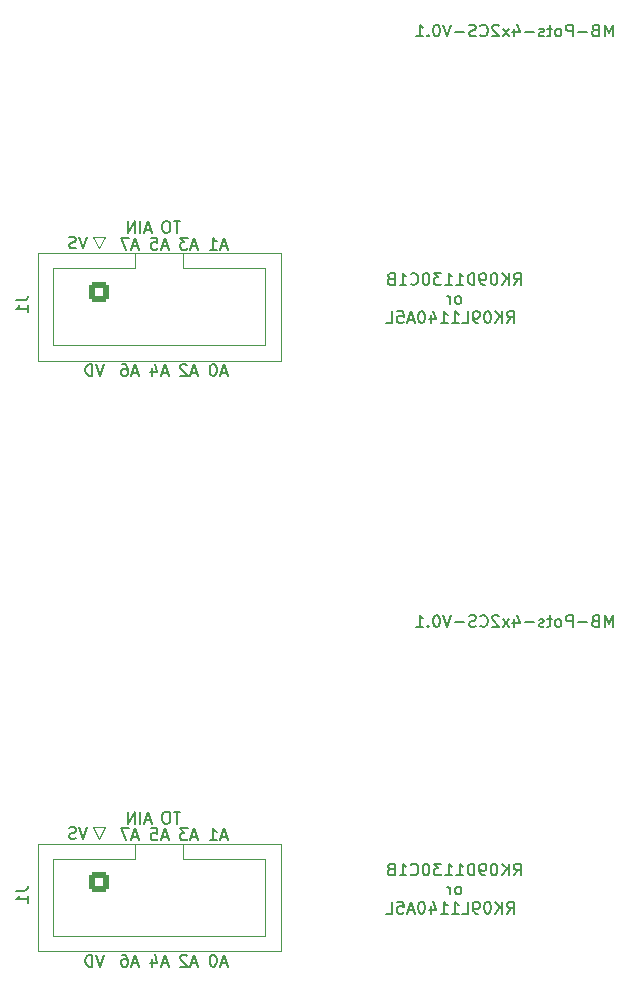
<source format=gbo>
G04 #@! TF.GenerationSoftware,KiCad,Pcbnew,(7.0.0)*
G04 #@! TF.CreationDate,2023-05-19T01:27:26+02:00*
G04 #@! TF.ProjectId,Pot-X2,506f742d-5832-42e6-9b69-6361645f7063,rev?*
G04 #@! TF.SameCoordinates,Original*
G04 #@! TF.FileFunction,Legend,Bot*
G04 #@! TF.FilePolarity,Positive*
%FSLAX46Y46*%
G04 Gerber Fmt 4.6, Leading zero omitted, Abs format (unit mm)*
G04 Created by KiCad (PCBNEW (7.0.0)) date 2023-05-19 01:27:26*
%MOMM*%
%LPD*%
G01*
G04 APERTURE LIST*
G04 Aperture macros list*
%AMRoundRect*
0 Rectangle with rounded corners*
0 $1 Rounding radius*
0 $2 $3 $4 $5 $6 $7 $8 $9 X,Y pos of 4 corners*
0 Add a 4 corners polygon primitive as box body*
4,1,4,$2,$3,$4,$5,$6,$7,$8,$9,$2,$3,0*
0 Add four circle primitives for the rounded corners*
1,1,$1+$1,$2,$3*
1,1,$1+$1,$4,$5*
1,1,$1+$1,$6,$7*
1,1,$1+$1,$8,$9*
0 Add four rect primitives between the rounded corners*
20,1,$1+$1,$2,$3,$4,$5,0*
20,1,$1+$1,$4,$5,$6,$7,0*
20,1,$1+$1,$6,$7,$8,$9,0*
20,1,$1+$1,$8,$9,$2,$3,0*%
G04 Aperture macros list end*
%ADD10C,0.150000*%
%ADD11C,0.120000*%
%ADD12O,1.500000X2.000000*%
%ADD13O,3.600000X3.300000*%
%ADD14C,3.200000*%
%ADD15O,30.000000X0.500000*%
%ADD16RoundRect,0.250000X-0.600000X0.600000X-0.600000X-0.600000X0.600000X-0.600000X0.600000X0.600000X0*%
%ADD17C,1.700000*%
G04 APERTURE END LIST*
D10*
X113214285Y-82081666D02*
X112738095Y-82081666D01*
X113309523Y-82367380D02*
X112976190Y-81367380D01*
X112976190Y-81367380D02*
X112642857Y-82367380D01*
X111833333Y-81367380D02*
X112309523Y-81367380D01*
X112309523Y-81367380D02*
X112357142Y-81843571D01*
X112357142Y-81843571D02*
X112309523Y-81795952D01*
X112309523Y-81795952D02*
X112214285Y-81748333D01*
X112214285Y-81748333D02*
X111976190Y-81748333D01*
X111976190Y-81748333D02*
X111880952Y-81795952D01*
X111880952Y-81795952D02*
X111833333Y-81843571D01*
X111833333Y-81843571D02*
X111785714Y-81938809D01*
X111785714Y-81938809D02*
X111785714Y-82176904D01*
X111785714Y-82176904D02*
X111833333Y-82272142D01*
X111833333Y-82272142D02*
X111880952Y-82319761D01*
X111880952Y-82319761D02*
X111976190Y-82367380D01*
X111976190Y-82367380D02*
X112214285Y-82367380D01*
X112214285Y-82367380D02*
X112309523Y-82319761D01*
X112309523Y-82319761D02*
X112357142Y-82272142D01*
X115714285Y-92781666D02*
X115238095Y-92781666D01*
X115809523Y-93067380D02*
X115476190Y-92067380D01*
X115476190Y-92067380D02*
X115142857Y-93067380D01*
X114857142Y-92162619D02*
X114809523Y-92115000D01*
X114809523Y-92115000D02*
X114714285Y-92067380D01*
X114714285Y-92067380D02*
X114476190Y-92067380D01*
X114476190Y-92067380D02*
X114380952Y-92115000D01*
X114380952Y-92115000D02*
X114333333Y-92162619D01*
X114333333Y-92162619D02*
X114285714Y-92257857D01*
X114285714Y-92257857D02*
X114285714Y-92353095D01*
X114285714Y-92353095D02*
X114333333Y-92495952D01*
X114333333Y-92495952D02*
X114904761Y-93067380D01*
X114904761Y-93067380D02*
X114285714Y-93067380D01*
X110714285Y-42781666D02*
X110238095Y-42781666D01*
X110809523Y-43067380D02*
X110476190Y-42067380D01*
X110476190Y-42067380D02*
X110142857Y-43067380D01*
X109380952Y-42067380D02*
X109571428Y-42067380D01*
X109571428Y-42067380D02*
X109666666Y-42115000D01*
X109666666Y-42115000D02*
X109714285Y-42162619D01*
X109714285Y-42162619D02*
X109809523Y-42305476D01*
X109809523Y-42305476D02*
X109857142Y-42495952D01*
X109857142Y-42495952D02*
X109857142Y-42876904D01*
X109857142Y-42876904D02*
X109809523Y-42972142D01*
X109809523Y-42972142D02*
X109761904Y-43019761D01*
X109761904Y-43019761D02*
X109666666Y-43067380D01*
X109666666Y-43067380D02*
X109476190Y-43067380D01*
X109476190Y-43067380D02*
X109380952Y-43019761D01*
X109380952Y-43019761D02*
X109333333Y-42972142D01*
X109333333Y-42972142D02*
X109285714Y-42876904D01*
X109285714Y-42876904D02*
X109285714Y-42638809D01*
X109285714Y-42638809D02*
X109333333Y-42543571D01*
X109333333Y-42543571D02*
X109380952Y-42495952D01*
X109380952Y-42495952D02*
X109476190Y-42448333D01*
X109476190Y-42448333D02*
X109666666Y-42448333D01*
X109666666Y-42448333D02*
X109761904Y-42495952D01*
X109761904Y-42495952D02*
X109809523Y-42543571D01*
X109809523Y-42543571D02*
X109857142Y-42638809D01*
X114299999Y-29967380D02*
X113728571Y-29967380D01*
X114014285Y-30967380D02*
X114014285Y-29967380D01*
X113204761Y-29967380D02*
X113014285Y-29967380D01*
X113014285Y-29967380D02*
X112919047Y-30015000D01*
X112919047Y-30015000D02*
X112823809Y-30110238D01*
X112823809Y-30110238D02*
X112776190Y-30300714D01*
X112776190Y-30300714D02*
X112776190Y-30634047D01*
X112776190Y-30634047D02*
X112823809Y-30824523D01*
X112823809Y-30824523D02*
X112919047Y-30919761D01*
X112919047Y-30919761D02*
X113014285Y-30967380D01*
X113014285Y-30967380D02*
X113204761Y-30967380D01*
X113204761Y-30967380D02*
X113299999Y-30919761D01*
X113299999Y-30919761D02*
X113395237Y-30824523D01*
X113395237Y-30824523D02*
X113442856Y-30634047D01*
X113442856Y-30634047D02*
X113442856Y-30300714D01*
X113442856Y-30300714D02*
X113395237Y-30110238D01*
X113395237Y-30110238D02*
X113299999Y-30015000D01*
X113299999Y-30015000D02*
X113204761Y-29967380D01*
X111795237Y-30681666D02*
X111319047Y-30681666D01*
X111890475Y-30967380D02*
X111557142Y-29967380D01*
X111557142Y-29967380D02*
X111223809Y-30967380D01*
X110890475Y-30967380D02*
X110890475Y-29967380D01*
X110414285Y-30967380D02*
X110414285Y-29967380D01*
X110414285Y-29967380D02*
X109842857Y-30967380D01*
X109842857Y-30967380D02*
X109842857Y-29967380D01*
X110714285Y-92781666D02*
X110238095Y-92781666D01*
X110809523Y-93067380D02*
X110476190Y-92067380D01*
X110476190Y-92067380D02*
X110142857Y-93067380D01*
X109380952Y-92067380D02*
X109571428Y-92067380D01*
X109571428Y-92067380D02*
X109666666Y-92115000D01*
X109666666Y-92115000D02*
X109714285Y-92162619D01*
X109714285Y-92162619D02*
X109809523Y-92305476D01*
X109809523Y-92305476D02*
X109857142Y-92495952D01*
X109857142Y-92495952D02*
X109857142Y-92876904D01*
X109857142Y-92876904D02*
X109809523Y-92972142D01*
X109809523Y-92972142D02*
X109761904Y-93019761D01*
X109761904Y-93019761D02*
X109666666Y-93067380D01*
X109666666Y-93067380D02*
X109476190Y-93067380D01*
X109476190Y-93067380D02*
X109380952Y-93019761D01*
X109380952Y-93019761D02*
X109333333Y-92972142D01*
X109333333Y-92972142D02*
X109285714Y-92876904D01*
X109285714Y-92876904D02*
X109285714Y-92638809D01*
X109285714Y-92638809D02*
X109333333Y-92543571D01*
X109333333Y-92543571D02*
X109380952Y-92495952D01*
X109380952Y-92495952D02*
X109476190Y-92448333D01*
X109476190Y-92448333D02*
X109666666Y-92448333D01*
X109666666Y-92448333D02*
X109761904Y-92495952D01*
X109761904Y-92495952D02*
X109809523Y-92543571D01*
X109809523Y-92543571D02*
X109857142Y-92638809D01*
X107833332Y-42067380D02*
X107499999Y-43067380D01*
X107499999Y-43067380D02*
X107166666Y-42067380D01*
X106833332Y-43067380D02*
X106833332Y-42067380D01*
X106833332Y-42067380D02*
X106595237Y-42067380D01*
X106595237Y-42067380D02*
X106452380Y-42115000D01*
X106452380Y-42115000D02*
X106357142Y-42210238D01*
X106357142Y-42210238D02*
X106309523Y-42305476D01*
X106309523Y-42305476D02*
X106261904Y-42495952D01*
X106261904Y-42495952D02*
X106261904Y-42638809D01*
X106261904Y-42638809D02*
X106309523Y-42829285D01*
X106309523Y-42829285D02*
X106357142Y-42924523D01*
X106357142Y-42924523D02*
X106452380Y-43019761D01*
X106452380Y-43019761D02*
X106595237Y-43067380D01*
X106595237Y-43067380D02*
X106833332Y-43067380D01*
X113214285Y-32081666D02*
X112738095Y-32081666D01*
X113309523Y-32367380D02*
X112976190Y-31367380D01*
X112976190Y-31367380D02*
X112642857Y-32367380D01*
X111833333Y-31367380D02*
X112309523Y-31367380D01*
X112309523Y-31367380D02*
X112357142Y-31843571D01*
X112357142Y-31843571D02*
X112309523Y-31795952D01*
X112309523Y-31795952D02*
X112214285Y-31748333D01*
X112214285Y-31748333D02*
X111976190Y-31748333D01*
X111976190Y-31748333D02*
X111880952Y-31795952D01*
X111880952Y-31795952D02*
X111833333Y-31843571D01*
X111833333Y-31843571D02*
X111785714Y-31938809D01*
X111785714Y-31938809D02*
X111785714Y-32176904D01*
X111785714Y-32176904D02*
X111833333Y-32272142D01*
X111833333Y-32272142D02*
X111880952Y-32319761D01*
X111880952Y-32319761D02*
X111976190Y-32367380D01*
X111976190Y-32367380D02*
X112214285Y-32367380D01*
X112214285Y-32367380D02*
X112309523Y-32319761D01*
X112309523Y-32319761D02*
X112357142Y-32272142D01*
X118214285Y-32081666D02*
X117738095Y-32081666D01*
X118309523Y-32367380D02*
X117976190Y-31367380D01*
X117976190Y-31367380D02*
X117642857Y-32367380D01*
X116785714Y-32367380D02*
X117357142Y-32367380D01*
X117071428Y-32367380D02*
X117071428Y-31367380D01*
X117071428Y-31367380D02*
X117166666Y-31510238D01*
X117166666Y-31510238D02*
X117261904Y-31605476D01*
X117261904Y-31605476D02*
X117357142Y-31653095D01*
X113214285Y-42781666D02*
X112738095Y-42781666D01*
X113309523Y-43067380D02*
X112976190Y-42067380D01*
X112976190Y-42067380D02*
X112642857Y-43067380D01*
X111880952Y-42400714D02*
X111880952Y-43067380D01*
X112119047Y-42019761D02*
X112357142Y-42734047D01*
X112357142Y-42734047D02*
X111738095Y-42734047D01*
X115714285Y-82081666D02*
X115238095Y-82081666D01*
X115809523Y-82367380D02*
X115476190Y-81367380D01*
X115476190Y-81367380D02*
X115142857Y-82367380D01*
X114904761Y-81367380D02*
X114285714Y-81367380D01*
X114285714Y-81367380D02*
X114619047Y-81748333D01*
X114619047Y-81748333D02*
X114476190Y-81748333D01*
X114476190Y-81748333D02*
X114380952Y-81795952D01*
X114380952Y-81795952D02*
X114333333Y-81843571D01*
X114333333Y-81843571D02*
X114285714Y-81938809D01*
X114285714Y-81938809D02*
X114285714Y-82176904D01*
X114285714Y-82176904D02*
X114333333Y-82272142D01*
X114333333Y-82272142D02*
X114380952Y-82319761D01*
X114380952Y-82319761D02*
X114476190Y-82367380D01*
X114476190Y-82367380D02*
X114761904Y-82367380D01*
X114761904Y-82367380D02*
X114857142Y-82319761D01*
X114857142Y-82319761D02*
X114904761Y-82272142D01*
X150885713Y-14317380D02*
X150885713Y-13317380D01*
X150885713Y-13317380D02*
X150552380Y-14031666D01*
X150552380Y-14031666D02*
X150219047Y-13317380D01*
X150219047Y-13317380D02*
X150219047Y-14317380D01*
X149409523Y-13793571D02*
X149266666Y-13841190D01*
X149266666Y-13841190D02*
X149219047Y-13888809D01*
X149219047Y-13888809D02*
X149171428Y-13984047D01*
X149171428Y-13984047D02*
X149171428Y-14126904D01*
X149171428Y-14126904D02*
X149219047Y-14222142D01*
X149219047Y-14222142D02*
X149266666Y-14269761D01*
X149266666Y-14269761D02*
X149361904Y-14317380D01*
X149361904Y-14317380D02*
X149742856Y-14317380D01*
X149742856Y-14317380D02*
X149742856Y-13317380D01*
X149742856Y-13317380D02*
X149409523Y-13317380D01*
X149409523Y-13317380D02*
X149314285Y-13365000D01*
X149314285Y-13365000D02*
X149266666Y-13412619D01*
X149266666Y-13412619D02*
X149219047Y-13507857D01*
X149219047Y-13507857D02*
X149219047Y-13603095D01*
X149219047Y-13603095D02*
X149266666Y-13698333D01*
X149266666Y-13698333D02*
X149314285Y-13745952D01*
X149314285Y-13745952D02*
X149409523Y-13793571D01*
X149409523Y-13793571D02*
X149742856Y-13793571D01*
X148742856Y-13936428D02*
X147980952Y-13936428D01*
X147504761Y-14317380D02*
X147504761Y-13317380D01*
X147504761Y-13317380D02*
X147123809Y-13317380D01*
X147123809Y-13317380D02*
X147028571Y-13365000D01*
X147028571Y-13365000D02*
X146980952Y-13412619D01*
X146980952Y-13412619D02*
X146933333Y-13507857D01*
X146933333Y-13507857D02*
X146933333Y-13650714D01*
X146933333Y-13650714D02*
X146980952Y-13745952D01*
X146980952Y-13745952D02*
X147028571Y-13793571D01*
X147028571Y-13793571D02*
X147123809Y-13841190D01*
X147123809Y-13841190D02*
X147504761Y-13841190D01*
X146361904Y-14317380D02*
X146457142Y-14269761D01*
X146457142Y-14269761D02*
X146504761Y-14222142D01*
X146504761Y-14222142D02*
X146552380Y-14126904D01*
X146552380Y-14126904D02*
X146552380Y-13841190D01*
X146552380Y-13841190D02*
X146504761Y-13745952D01*
X146504761Y-13745952D02*
X146457142Y-13698333D01*
X146457142Y-13698333D02*
X146361904Y-13650714D01*
X146361904Y-13650714D02*
X146219047Y-13650714D01*
X146219047Y-13650714D02*
X146123809Y-13698333D01*
X146123809Y-13698333D02*
X146076190Y-13745952D01*
X146076190Y-13745952D02*
X146028571Y-13841190D01*
X146028571Y-13841190D02*
X146028571Y-14126904D01*
X146028571Y-14126904D02*
X146076190Y-14222142D01*
X146076190Y-14222142D02*
X146123809Y-14269761D01*
X146123809Y-14269761D02*
X146219047Y-14317380D01*
X146219047Y-14317380D02*
X146361904Y-14317380D01*
X145742856Y-13650714D02*
X145361904Y-13650714D01*
X145599999Y-13317380D02*
X145599999Y-14174523D01*
X145599999Y-14174523D02*
X145552380Y-14269761D01*
X145552380Y-14269761D02*
X145457142Y-14317380D01*
X145457142Y-14317380D02*
X145361904Y-14317380D01*
X145076189Y-14269761D02*
X144980951Y-14317380D01*
X144980951Y-14317380D02*
X144790475Y-14317380D01*
X144790475Y-14317380D02*
X144695237Y-14269761D01*
X144695237Y-14269761D02*
X144647618Y-14174523D01*
X144647618Y-14174523D02*
X144647618Y-14126904D01*
X144647618Y-14126904D02*
X144695237Y-14031666D01*
X144695237Y-14031666D02*
X144790475Y-13984047D01*
X144790475Y-13984047D02*
X144933332Y-13984047D01*
X144933332Y-13984047D02*
X145028570Y-13936428D01*
X145028570Y-13936428D02*
X145076189Y-13841190D01*
X145076189Y-13841190D02*
X145076189Y-13793571D01*
X145076189Y-13793571D02*
X145028570Y-13698333D01*
X145028570Y-13698333D02*
X144933332Y-13650714D01*
X144933332Y-13650714D02*
X144790475Y-13650714D01*
X144790475Y-13650714D02*
X144695237Y-13698333D01*
X144219046Y-13936428D02*
X143457142Y-13936428D01*
X142552380Y-13650714D02*
X142552380Y-14317380D01*
X142790475Y-13269761D02*
X143028570Y-13984047D01*
X143028570Y-13984047D02*
X142409523Y-13984047D01*
X142123808Y-14317380D02*
X141599999Y-13650714D01*
X142123808Y-13650714D02*
X141599999Y-14317380D01*
X141266665Y-13412619D02*
X141219046Y-13365000D01*
X141219046Y-13365000D02*
X141123808Y-13317380D01*
X141123808Y-13317380D02*
X140885713Y-13317380D01*
X140885713Y-13317380D02*
X140790475Y-13365000D01*
X140790475Y-13365000D02*
X140742856Y-13412619D01*
X140742856Y-13412619D02*
X140695237Y-13507857D01*
X140695237Y-13507857D02*
X140695237Y-13603095D01*
X140695237Y-13603095D02*
X140742856Y-13745952D01*
X140742856Y-13745952D02*
X141314284Y-14317380D01*
X141314284Y-14317380D02*
X140695237Y-14317380D01*
X139695237Y-14222142D02*
X139742856Y-14269761D01*
X139742856Y-14269761D02*
X139885713Y-14317380D01*
X139885713Y-14317380D02*
X139980951Y-14317380D01*
X139980951Y-14317380D02*
X140123808Y-14269761D01*
X140123808Y-14269761D02*
X140219046Y-14174523D01*
X140219046Y-14174523D02*
X140266665Y-14079285D01*
X140266665Y-14079285D02*
X140314284Y-13888809D01*
X140314284Y-13888809D02*
X140314284Y-13745952D01*
X140314284Y-13745952D02*
X140266665Y-13555476D01*
X140266665Y-13555476D02*
X140219046Y-13460238D01*
X140219046Y-13460238D02*
X140123808Y-13365000D01*
X140123808Y-13365000D02*
X139980951Y-13317380D01*
X139980951Y-13317380D02*
X139885713Y-13317380D01*
X139885713Y-13317380D02*
X139742856Y-13365000D01*
X139742856Y-13365000D02*
X139695237Y-13412619D01*
X139314284Y-14269761D02*
X139171427Y-14317380D01*
X139171427Y-14317380D02*
X138933332Y-14317380D01*
X138933332Y-14317380D02*
X138838094Y-14269761D01*
X138838094Y-14269761D02*
X138790475Y-14222142D01*
X138790475Y-14222142D02*
X138742856Y-14126904D01*
X138742856Y-14126904D02*
X138742856Y-14031666D01*
X138742856Y-14031666D02*
X138790475Y-13936428D01*
X138790475Y-13936428D02*
X138838094Y-13888809D01*
X138838094Y-13888809D02*
X138933332Y-13841190D01*
X138933332Y-13841190D02*
X139123808Y-13793571D01*
X139123808Y-13793571D02*
X139219046Y-13745952D01*
X139219046Y-13745952D02*
X139266665Y-13698333D01*
X139266665Y-13698333D02*
X139314284Y-13603095D01*
X139314284Y-13603095D02*
X139314284Y-13507857D01*
X139314284Y-13507857D02*
X139266665Y-13412619D01*
X139266665Y-13412619D02*
X139219046Y-13365000D01*
X139219046Y-13365000D02*
X139123808Y-13317380D01*
X139123808Y-13317380D02*
X138885713Y-13317380D01*
X138885713Y-13317380D02*
X138742856Y-13365000D01*
X138314284Y-13936428D02*
X137552380Y-13936428D01*
X137219046Y-13317380D02*
X136885713Y-14317380D01*
X136885713Y-14317380D02*
X136552380Y-13317380D01*
X136028570Y-13317380D02*
X135933332Y-13317380D01*
X135933332Y-13317380D02*
X135838094Y-13365000D01*
X135838094Y-13365000D02*
X135790475Y-13412619D01*
X135790475Y-13412619D02*
X135742856Y-13507857D01*
X135742856Y-13507857D02*
X135695237Y-13698333D01*
X135695237Y-13698333D02*
X135695237Y-13936428D01*
X135695237Y-13936428D02*
X135742856Y-14126904D01*
X135742856Y-14126904D02*
X135790475Y-14222142D01*
X135790475Y-14222142D02*
X135838094Y-14269761D01*
X135838094Y-14269761D02*
X135933332Y-14317380D01*
X135933332Y-14317380D02*
X136028570Y-14317380D01*
X136028570Y-14317380D02*
X136123808Y-14269761D01*
X136123808Y-14269761D02*
X136171427Y-14222142D01*
X136171427Y-14222142D02*
X136219046Y-14126904D01*
X136219046Y-14126904D02*
X136266665Y-13936428D01*
X136266665Y-13936428D02*
X136266665Y-13698333D01*
X136266665Y-13698333D02*
X136219046Y-13507857D01*
X136219046Y-13507857D02*
X136171427Y-13412619D01*
X136171427Y-13412619D02*
X136123808Y-13365000D01*
X136123808Y-13365000D02*
X136028570Y-13317380D01*
X135266665Y-14222142D02*
X135219046Y-14269761D01*
X135219046Y-14269761D02*
X135266665Y-14317380D01*
X135266665Y-14317380D02*
X135314284Y-14269761D01*
X135314284Y-14269761D02*
X135266665Y-14222142D01*
X135266665Y-14222142D02*
X135266665Y-14317380D01*
X134266666Y-14317380D02*
X134838094Y-14317380D01*
X134552380Y-14317380D02*
X134552380Y-13317380D01*
X134552380Y-13317380D02*
X134647618Y-13460238D01*
X134647618Y-13460238D02*
X134742856Y-13555476D01*
X134742856Y-13555476D02*
X134838094Y-13603095D01*
X115714285Y-42781666D02*
X115238095Y-42781666D01*
X115809523Y-43067380D02*
X115476190Y-42067380D01*
X115476190Y-42067380D02*
X115142857Y-43067380D01*
X114857142Y-42162619D02*
X114809523Y-42115000D01*
X114809523Y-42115000D02*
X114714285Y-42067380D01*
X114714285Y-42067380D02*
X114476190Y-42067380D01*
X114476190Y-42067380D02*
X114380952Y-42115000D01*
X114380952Y-42115000D02*
X114333333Y-42162619D01*
X114333333Y-42162619D02*
X114285714Y-42257857D01*
X114285714Y-42257857D02*
X114285714Y-42353095D01*
X114285714Y-42353095D02*
X114333333Y-42495952D01*
X114333333Y-42495952D02*
X114904761Y-43067380D01*
X114904761Y-43067380D02*
X114285714Y-43067380D01*
X118214285Y-82081666D02*
X117738095Y-82081666D01*
X118309523Y-82367380D02*
X117976190Y-81367380D01*
X117976190Y-81367380D02*
X117642857Y-82367380D01*
X116785714Y-82367380D02*
X117357142Y-82367380D01*
X117071428Y-82367380D02*
X117071428Y-81367380D01*
X117071428Y-81367380D02*
X117166666Y-81510238D01*
X117166666Y-81510238D02*
X117261904Y-81605476D01*
X117261904Y-81605476D02*
X117357142Y-81653095D01*
X114299999Y-79967380D02*
X113728571Y-79967380D01*
X114014285Y-80967380D02*
X114014285Y-79967380D01*
X113204761Y-79967380D02*
X113014285Y-79967380D01*
X113014285Y-79967380D02*
X112919047Y-80015000D01*
X112919047Y-80015000D02*
X112823809Y-80110238D01*
X112823809Y-80110238D02*
X112776190Y-80300714D01*
X112776190Y-80300714D02*
X112776190Y-80634047D01*
X112776190Y-80634047D02*
X112823809Y-80824523D01*
X112823809Y-80824523D02*
X112919047Y-80919761D01*
X112919047Y-80919761D02*
X113014285Y-80967380D01*
X113014285Y-80967380D02*
X113204761Y-80967380D01*
X113204761Y-80967380D02*
X113299999Y-80919761D01*
X113299999Y-80919761D02*
X113395237Y-80824523D01*
X113395237Y-80824523D02*
X113442856Y-80634047D01*
X113442856Y-80634047D02*
X113442856Y-80300714D01*
X113442856Y-80300714D02*
X113395237Y-80110238D01*
X113395237Y-80110238D02*
X113299999Y-80015000D01*
X113299999Y-80015000D02*
X113204761Y-79967380D01*
X111795237Y-80681666D02*
X111319047Y-80681666D01*
X111890475Y-80967380D02*
X111557142Y-79967380D01*
X111557142Y-79967380D02*
X111223809Y-80967380D01*
X110890475Y-80967380D02*
X110890475Y-79967380D01*
X110414285Y-80967380D02*
X110414285Y-79967380D01*
X110414285Y-79967380D02*
X109842857Y-80967380D01*
X109842857Y-80967380D02*
X109842857Y-79967380D01*
X106409523Y-31267380D02*
X106076190Y-32267380D01*
X106076190Y-32267380D02*
X105742857Y-31267380D01*
X105457142Y-32219761D02*
X105314285Y-32267380D01*
X105314285Y-32267380D02*
X105076190Y-32267380D01*
X105076190Y-32267380D02*
X104980952Y-32219761D01*
X104980952Y-32219761D02*
X104933333Y-32172142D01*
X104933333Y-32172142D02*
X104885714Y-32076904D01*
X104885714Y-32076904D02*
X104885714Y-31981666D01*
X104885714Y-31981666D02*
X104933333Y-31886428D01*
X104933333Y-31886428D02*
X104980952Y-31838809D01*
X104980952Y-31838809D02*
X105076190Y-31791190D01*
X105076190Y-31791190D02*
X105266666Y-31743571D01*
X105266666Y-31743571D02*
X105361904Y-31695952D01*
X105361904Y-31695952D02*
X105409523Y-31648333D01*
X105409523Y-31648333D02*
X105457142Y-31553095D01*
X105457142Y-31553095D02*
X105457142Y-31457857D01*
X105457142Y-31457857D02*
X105409523Y-31362619D01*
X105409523Y-31362619D02*
X105361904Y-31315000D01*
X105361904Y-31315000D02*
X105266666Y-31267380D01*
X105266666Y-31267380D02*
X105028571Y-31267380D01*
X105028571Y-31267380D02*
X104885714Y-31315000D01*
X142523809Y-85347380D02*
X142857142Y-84871190D01*
X143095237Y-85347380D02*
X143095237Y-84347380D01*
X143095237Y-84347380D02*
X142714285Y-84347380D01*
X142714285Y-84347380D02*
X142619047Y-84395000D01*
X142619047Y-84395000D02*
X142571428Y-84442619D01*
X142571428Y-84442619D02*
X142523809Y-84537857D01*
X142523809Y-84537857D02*
X142523809Y-84680714D01*
X142523809Y-84680714D02*
X142571428Y-84775952D01*
X142571428Y-84775952D02*
X142619047Y-84823571D01*
X142619047Y-84823571D02*
X142714285Y-84871190D01*
X142714285Y-84871190D02*
X143095237Y-84871190D01*
X142095237Y-85347380D02*
X142095237Y-84347380D01*
X141523809Y-85347380D02*
X141952380Y-84775952D01*
X141523809Y-84347380D02*
X142095237Y-84918809D01*
X140904761Y-84347380D02*
X140809523Y-84347380D01*
X140809523Y-84347380D02*
X140714285Y-84395000D01*
X140714285Y-84395000D02*
X140666666Y-84442619D01*
X140666666Y-84442619D02*
X140619047Y-84537857D01*
X140619047Y-84537857D02*
X140571428Y-84728333D01*
X140571428Y-84728333D02*
X140571428Y-84966428D01*
X140571428Y-84966428D02*
X140619047Y-85156904D01*
X140619047Y-85156904D02*
X140666666Y-85252142D01*
X140666666Y-85252142D02*
X140714285Y-85299761D01*
X140714285Y-85299761D02*
X140809523Y-85347380D01*
X140809523Y-85347380D02*
X140904761Y-85347380D01*
X140904761Y-85347380D02*
X140999999Y-85299761D01*
X140999999Y-85299761D02*
X141047618Y-85252142D01*
X141047618Y-85252142D02*
X141095237Y-85156904D01*
X141095237Y-85156904D02*
X141142856Y-84966428D01*
X141142856Y-84966428D02*
X141142856Y-84728333D01*
X141142856Y-84728333D02*
X141095237Y-84537857D01*
X141095237Y-84537857D02*
X141047618Y-84442619D01*
X141047618Y-84442619D02*
X140999999Y-84395000D01*
X140999999Y-84395000D02*
X140904761Y-84347380D01*
X140095237Y-85347380D02*
X139904761Y-85347380D01*
X139904761Y-85347380D02*
X139809523Y-85299761D01*
X139809523Y-85299761D02*
X139761904Y-85252142D01*
X139761904Y-85252142D02*
X139666666Y-85109285D01*
X139666666Y-85109285D02*
X139619047Y-84918809D01*
X139619047Y-84918809D02*
X139619047Y-84537857D01*
X139619047Y-84537857D02*
X139666666Y-84442619D01*
X139666666Y-84442619D02*
X139714285Y-84395000D01*
X139714285Y-84395000D02*
X139809523Y-84347380D01*
X139809523Y-84347380D02*
X139999999Y-84347380D01*
X139999999Y-84347380D02*
X140095237Y-84395000D01*
X140095237Y-84395000D02*
X140142856Y-84442619D01*
X140142856Y-84442619D02*
X140190475Y-84537857D01*
X140190475Y-84537857D02*
X140190475Y-84775952D01*
X140190475Y-84775952D02*
X140142856Y-84871190D01*
X140142856Y-84871190D02*
X140095237Y-84918809D01*
X140095237Y-84918809D02*
X139999999Y-84966428D01*
X139999999Y-84966428D02*
X139809523Y-84966428D01*
X139809523Y-84966428D02*
X139714285Y-84918809D01*
X139714285Y-84918809D02*
X139666666Y-84871190D01*
X139666666Y-84871190D02*
X139619047Y-84775952D01*
X139190475Y-85347380D02*
X139190475Y-84347380D01*
X139190475Y-84347380D02*
X138952380Y-84347380D01*
X138952380Y-84347380D02*
X138809523Y-84395000D01*
X138809523Y-84395000D02*
X138714285Y-84490238D01*
X138714285Y-84490238D02*
X138666666Y-84585476D01*
X138666666Y-84585476D02*
X138619047Y-84775952D01*
X138619047Y-84775952D02*
X138619047Y-84918809D01*
X138619047Y-84918809D02*
X138666666Y-85109285D01*
X138666666Y-85109285D02*
X138714285Y-85204523D01*
X138714285Y-85204523D02*
X138809523Y-85299761D01*
X138809523Y-85299761D02*
X138952380Y-85347380D01*
X138952380Y-85347380D02*
X139190475Y-85347380D01*
X137666666Y-85347380D02*
X138238094Y-85347380D01*
X137952380Y-85347380D02*
X137952380Y-84347380D01*
X137952380Y-84347380D02*
X138047618Y-84490238D01*
X138047618Y-84490238D02*
X138142856Y-84585476D01*
X138142856Y-84585476D02*
X138238094Y-84633095D01*
X136714285Y-85347380D02*
X137285713Y-85347380D01*
X136999999Y-85347380D02*
X136999999Y-84347380D01*
X136999999Y-84347380D02*
X137095237Y-84490238D01*
X137095237Y-84490238D02*
X137190475Y-84585476D01*
X137190475Y-84585476D02*
X137285713Y-84633095D01*
X136380951Y-84347380D02*
X135761904Y-84347380D01*
X135761904Y-84347380D02*
X136095237Y-84728333D01*
X136095237Y-84728333D02*
X135952380Y-84728333D01*
X135952380Y-84728333D02*
X135857142Y-84775952D01*
X135857142Y-84775952D02*
X135809523Y-84823571D01*
X135809523Y-84823571D02*
X135761904Y-84918809D01*
X135761904Y-84918809D02*
X135761904Y-85156904D01*
X135761904Y-85156904D02*
X135809523Y-85252142D01*
X135809523Y-85252142D02*
X135857142Y-85299761D01*
X135857142Y-85299761D02*
X135952380Y-85347380D01*
X135952380Y-85347380D02*
X136238094Y-85347380D01*
X136238094Y-85347380D02*
X136333332Y-85299761D01*
X136333332Y-85299761D02*
X136380951Y-85252142D01*
X135142856Y-84347380D02*
X135047618Y-84347380D01*
X135047618Y-84347380D02*
X134952380Y-84395000D01*
X134952380Y-84395000D02*
X134904761Y-84442619D01*
X134904761Y-84442619D02*
X134857142Y-84537857D01*
X134857142Y-84537857D02*
X134809523Y-84728333D01*
X134809523Y-84728333D02*
X134809523Y-84966428D01*
X134809523Y-84966428D02*
X134857142Y-85156904D01*
X134857142Y-85156904D02*
X134904761Y-85252142D01*
X134904761Y-85252142D02*
X134952380Y-85299761D01*
X134952380Y-85299761D02*
X135047618Y-85347380D01*
X135047618Y-85347380D02*
X135142856Y-85347380D01*
X135142856Y-85347380D02*
X135238094Y-85299761D01*
X135238094Y-85299761D02*
X135285713Y-85252142D01*
X135285713Y-85252142D02*
X135333332Y-85156904D01*
X135333332Y-85156904D02*
X135380951Y-84966428D01*
X135380951Y-84966428D02*
X135380951Y-84728333D01*
X135380951Y-84728333D02*
X135333332Y-84537857D01*
X135333332Y-84537857D02*
X135285713Y-84442619D01*
X135285713Y-84442619D02*
X135238094Y-84395000D01*
X135238094Y-84395000D02*
X135142856Y-84347380D01*
X133809523Y-85252142D02*
X133857142Y-85299761D01*
X133857142Y-85299761D02*
X133999999Y-85347380D01*
X133999999Y-85347380D02*
X134095237Y-85347380D01*
X134095237Y-85347380D02*
X134238094Y-85299761D01*
X134238094Y-85299761D02*
X134333332Y-85204523D01*
X134333332Y-85204523D02*
X134380951Y-85109285D01*
X134380951Y-85109285D02*
X134428570Y-84918809D01*
X134428570Y-84918809D02*
X134428570Y-84775952D01*
X134428570Y-84775952D02*
X134380951Y-84585476D01*
X134380951Y-84585476D02*
X134333332Y-84490238D01*
X134333332Y-84490238D02*
X134238094Y-84395000D01*
X134238094Y-84395000D02*
X134095237Y-84347380D01*
X134095237Y-84347380D02*
X133999999Y-84347380D01*
X133999999Y-84347380D02*
X133857142Y-84395000D01*
X133857142Y-84395000D02*
X133809523Y-84442619D01*
X132857142Y-85347380D02*
X133428570Y-85347380D01*
X133142856Y-85347380D02*
X133142856Y-84347380D01*
X133142856Y-84347380D02*
X133238094Y-84490238D01*
X133238094Y-84490238D02*
X133333332Y-84585476D01*
X133333332Y-84585476D02*
X133428570Y-84633095D01*
X132095237Y-84823571D02*
X131952380Y-84871190D01*
X131952380Y-84871190D02*
X131904761Y-84918809D01*
X131904761Y-84918809D02*
X131857142Y-85014047D01*
X131857142Y-85014047D02*
X131857142Y-85156904D01*
X131857142Y-85156904D02*
X131904761Y-85252142D01*
X131904761Y-85252142D02*
X131952380Y-85299761D01*
X131952380Y-85299761D02*
X132047618Y-85347380D01*
X132047618Y-85347380D02*
X132428570Y-85347380D01*
X132428570Y-85347380D02*
X132428570Y-84347380D01*
X132428570Y-84347380D02*
X132095237Y-84347380D01*
X132095237Y-84347380D02*
X131999999Y-84395000D01*
X131999999Y-84395000D02*
X131952380Y-84442619D01*
X131952380Y-84442619D02*
X131904761Y-84537857D01*
X131904761Y-84537857D02*
X131904761Y-84633095D01*
X131904761Y-84633095D02*
X131952380Y-84728333D01*
X131952380Y-84728333D02*
X131999999Y-84775952D01*
X131999999Y-84775952D02*
X132095237Y-84823571D01*
X132095237Y-84823571D02*
X132428570Y-84823571D01*
X137880952Y-86967380D02*
X137976190Y-86919761D01*
X137976190Y-86919761D02*
X138023809Y-86872142D01*
X138023809Y-86872142D02*
X138071428Y-86776904D01*
X138071428Y-86776904D02*
X138071428Y-86491190D01*
X138071428Y-86491190D02*
X138023809Y-86395952D01*
X138023809Y-86395952D02*
X137976190Y-86348333D01*
X137976190Y-86348333D02*
X137880952Y-86300714D01*
X137880952Y-86300714D02*
X137738095Y-86300714D01*
X137738095Y-86300714D02*
X137642857Y-86348333D01*
X137642857Y-86348333D02*
X137595238Y-86395952D01*
X137595238Y-86395952D02*
X137547619Y-86491190D01*
X137547619Y-86491190D02*
X137547619Y-86776904D01*
X137547619Y-86776904D02*
X137595238Y-86872142D01*
X137595238Y-86872142D02*
X137642857Y-86919761D01*
X137642857Y-86919761D02*
X137738095Y-86967380D01*
X137738095Y-86967380D02*
X137880952Y-86967380D01*
X137119047Y-86967380D02*
X137119047Y-86300714D01*
X137119047Y-86491190D02*
X137071428Y-86395952D01*
X137071428Y-86395952D02*
X137023809Y-86348333D01*
X137023809Y-86348333D02*
X136928571Y-86300714D01*
X136928571Y-86300714D02*
X136833333Y-86300714D01*
X141961905Y-88587380D02*
X142295238Y-88111190D01*
X142533333Y-88587380D02*
X142533333Y-87587380D01*
X142533333Y-87587380D02*
X142152381Y-87587380D01*
X142152381Y-87587380D02*
X142057143Y-87635000D01*
X142057143Y-87635000D02*
X142009524Y-87682619D01*
X142009524Y-87682619D02*
X141961905Y-87777857D01*
X141961905Y-87777857D02*
X141961905Y-87920714D01*
X141961905Y-87920714D02*
X142009524Y-88015952D01*
X142009524Y-88015952D02*
X142057143Y-88063571D01*
X142057143Y-88063571D02*
X142152381Y-88111190D01*
X142152381Y-88111190D02*
X142533333Y-88111190D01*
X141533333Y-88587380D02*
X141533333Y-87587380D01*
X140961905Y-88587380D02*
X141390476Y-88015952D01*
X140961905Y-87587380D02*
X141533333Y-88158809D01*
X140342857Y-87587380D02*
X140247619Y-87587380D01*
X140247619Y-87587380D02*
X140152381Y-87635000D01*
X140152381Y-87635000D02*
X140104762Y-87682619D01*
X140104762Y-87682619D02*
X140057143Y-87777857D01*
X140057143Y-87777857D02*
X140009524Y-87968333D01*
X140009524Y-87968333D02*
X140009524Y-88206428D01*
X140009524Y-88206428D02*
X140057143Y-88396904D01*
X140057143Y-88396904D02*
X140104762Y-88492142D01*
X140104762Y-88492142D02*
X140152381Y-88539761D01*
X140152381Y-88539761D02*
X140247619Y-88587380D01*
X140247619Y-88587380D02*
X140342857Y-88587380D01*
X140342857Y-88587380D02*
X140438095Y-88539761D01*
X140438095Y-88539761D02*
X140485714Y-88492142D01*
X140485714Y-88492142D02*
X140533333Y-88396904D01*
X140533333Y-88396904D02*
X140580952Y-88206428D01*
X140580952Y-88206428D02*
X140580952Y-87968333D01*
X140580952Y-87968333D02*
X140533333Y-87777857D01*
X140533333Y-87777857D02*
X140485714Y-87682619D01*
X140485714Y-87682619D02*
X140438095Y-87635000D01*
X140438095Y-87635000D02*
X140342857Y-87587380D01*
X139533333Y-88587380D02*
X139342857Y-88587380D01*
X139342857Y-88587380D02*
X139247619Y-88539761D01*
X139247619Y-88539761D02*
X139200000Y-88492142D01*
X139200000Y-88492142D02*
X139104762Y-88349285D01*
X139104762Y-88349285D02*
X139057143Y-88158809D01*
X139057143Y-88158809D02*
X139057143Y-87777857D01*
X139057143Y-87777857D02*
X139104762Y-87682619D01*
X139104762Y-87682619D02*
X139152381Y-87635000D01*
X139152381Y-87635000D02*
X139247619Y-87587380D01*
X139247619Y-87587380D02*
X139438095Y-87587380D01*
X139438095Y-87587380D02*
X139533333Y-87635000D01*
X139533333Y-87635000D02*
X139580952Y-87682619D01*
X139580952Y-87682619D02*
X139628571Y-87777857D01*
X139628571Y-87777857D02*
X139628571Y-88015952D01*
X139628571Y-88015952D02*
X139580952Y-88111190D01*
X139580952Y-88111190D02*
X139533333Y-88158809D01*
X139533333Y-88158809D02*
X139438095Y-88206428D01*
X139438095Y-88206428D02*
X139247619Y-88206428D01*
X139247619Y-88206428D02*
X139152381Y-88158809D01*
X139152381Y-88158809D02*
X139104762Y-88111190D01*
X139104762Y-88111190D02*
X139057143Y-88015952D01*
X138152381Y-88587380D02*
X138628571Y-88587380D01*
X138628571Y-88587380D02*
X138628571Y-87587380D01*
X137295238Y-88587380D02*
X137866666Y-88587380D01*
X137580952Y-88587380D02*
X137580952Y-87587380D01*
X137580952Y-87587380D02*
X137676190Y-87730238D01*
X137676190Y-87730238D02*
X137771428Y-87825476D01*
X137771428Y-87825476D02*
X137866666Y-87873095D01*
X136342857Y-88587380D02*
X136914285Y-88587380D01*
X136628571Y-88587380D02*
X136628571Y-87587380D01*
X136628571Y-87587380D02*
X136723809Y-87730238D01*
X136723809Y-87730238D02*
X136819047Y-87825476D01*
X136819047Y-87825476D02*
X136914285Y-87873095D01*
X135485714Y-87920714D02*
X135485714Y-88587380D01*
X135723809Y-87539761D02*
X135961904Y-88254047D01*
X135961904Y-88254047D02*
X135342857Y-88254047D01*
X134771428Y-87587380D02*
X134676190Y-87587380D01*
X134676190Y-87587380D02*
X134580952Y-87635000D01*
X134580952Y-87635000D02*
X134533333Y-87682619D01*
X134533333Y-87682619D02*
X134485714Y-87777857D01*
X134485714Y-87777857D02*
X134438095Y-87968333D01*
X134438095Y-87968333D02*
X134438095Y-88206428D01*
X134438095Y-88206428D02*
X134485714Y-88396904D01*
X134485714Y-88396904D02*
X134533333Y-88492142D01*
X134533333Y-88492142D02*
X134580952Y-88539761D01*
X134580952Y-88539761D02*
X134676190Y-88587380D01*
X134676190Y-88587380D02*
X134771428Y-88587380D01*
X134771428Y-88587380D02*
X134866666Y-88539761D01*
X134866666Y-88539761D02*
X134914285Y-88492142D01*
X134914285Y-88492142D02*
X134961904Y-88396904D01*
X134961904Y-88396904D02*
X135009523Y-88206428D01*
X135009523Y-88206428D02*
X135009523Y-87968333D01*
X135009523Y-87968333D02*
X134961904Y-87777857D01*
X134961904Y-87777857D02*
X134914285Y-87682619D01*
X134914285Y-87682619D02*
X134866666Y-87635000D01*
X134866666Y-87635000D02*
X134771428Y-87587380D01*
X134057142Y-88301666D02*
X133580952Y-88301666D01*
X134152380Y-88587380D02*
X133819047Y-87587380D01*
X133819047Y-87587380D02*
X133485714Y-88587380D01*
X132676190Y-87587380D02*
X133152380Y-87587380D01*
X133152380Y-87587380D02*
X133199999Y-88063571D01*
X133199999Y-88063571D02*
X133152380Y-88015952D01*
X133152380Y-88015952D02*
X133057142Y-87968333D01*
X133057142Y-87968333D02*
X132819047Y-87968333D01*
X132819047Y-87968333D02*
X132723809Y-88015952D01*
X132723809Y-88015952D02*
X132676190Y-88063571D01*
X132676190Y-88063571D02*
X132628571Y-88158809D01*
X132628571Y-88158809D02*
X132628571Y-88396904D01*
X132628571Y-88396904D02*
X132676190Y-88492142D01*
X132676190Y-88492142D02*
X132723809Y-88539761D01*
X132723809Y-88539761D02*
X132819047Y-88587380D01*
X132819047Y-88587380D02*
X133057142Y-88587380D01*
X133057142Y-88587380D02*
X133152380Y-88539761D01*
X133152380Y-88539761D02*
X133199999Y-88492142D01*
X131723809Y-88587380D02*
X132199999Y-88587380D01*
X132199999Y-88587380D02*
X132199999Y-87587380D01*
X118214285Y-42781666D02*
X117738095Y-42781666D01*
X118309523Y-43067380D02*
X117976190Y-42067380D01*
X117976190Y-42067380D02*
X117642857Y-43067380D01*
X117119047Y-42067380D02*
X117023809Y-42067380D01*
X117023809Y-42067380D02*
X116928571Y-42115000D01*
X116928571Y-42115000D02*
X116880952Y-42162619D01*
X116880952Y-42162619D02*
X116833333Y-42257857D01*
X116833333Y-42257857D02*
X116785714Y-42448333D01*
X116785714Y-42448333D02*
X116785714Y-42686428D01*
X116785714Y-42686428D02*
X116833333Y-42876904D01*
X116833333Y-42876904D02*
X116880952Y-42972142D01*
X116880952Y-42972142D02*
X116928571Y-43019761D01*
X116928571Y-43019761D02*
X117023809Y-43067380D01*
X117023809Y-43067380D02*
X117119047Y-43067380D01*
X117119047Y-43067380D02*
X117214285Y-43019761D01*
X117214285Y-43019761D02*
X117261904Y-42972142D01*
X117261904Y-42972142D02*
X117309523Y-42876904D01*
X117309523Y-42876904D02*
X117357142Y-42686428D01*
X117357142Y-42686428D02*
X117357142Y-42448333D01*
X117357142Y-42448333D02*
X117309523Y-42257857D01*
X117309523Y-42257857D02*
X117261904Y-42162619D01*
X117261904Y-42162619D02*
X117214285Y-42115000D01*
X117214285Y-42115000D02*
X117119047Y-42067380D01*
X106409523Y-81267380D02*
X106076190Y-82267380D01*
X106076190Y-82267380D02*
X105742857Y-81267380D01*
X105457142Y-82219761D02*
X105314285Y-82267380D01*
X105314285Y-82267380D02*
X105076190Y-82267380D01*
X105076190Y-82267380D02*
X104980952Y-82219761D01*
X104980952Y-82219761D02*
X104933333Y-82172142D01*
X104933333Y-82172142D02*
X104885714Y-82076904D01*
X104885714Y-82076904D02*
X104885714Y-81981666D01*
X104885714Y-81981666D02*
X104933333Y-81886428D01*
X104933333Y-81886428D02*
X104980952Y-81838809D01*
X104980952Y-81838809D02*
X105076190Y-81791190D01*
X105076190Y-81791190D02*
X105266666Y-81743571D01*
X105266666Y-81743571D02*
X105361904Y-81695952D01*
X105361904Y-81695952D02*
X105409523Y-81648333D01*
X105409523Y-81648333D02*
X105457142Y-81553095D01*
X105457142Y-81553095D02*
X105457142Y-81457857D01*
X105457142Y-81457857D02*
X105409523Y-81362619D01*
X105409523Y-81362619D02*
X105361904Y-81315000D01*
X105361904Y-81315000D02*
X105266666Y-81267380D01*
X105266666Y-81267380D02*
X105028571Y-81267380D01*
X105028571Y-81267380D02*
X104885714Y-81315000D01*
X107833332Y-92067380D02*
X107499999Y-93067380D01*
X107499999Y-93067380D02*
X107166666Y-92067380D01*
X106833332Y-93067380D02*
X106833332Y-92067380D01*
X106833332Y-92067380D02*
X106595237Y-92067380D01*
X106595237Y-92067380D02*
X106452380Y-92115000D01*
X106452380Y-92115000D02*
X106357142Y-92210238D01*
X106357142Y-92210238D02*
X106309523Y-92305476D01*
X106309523Y-92305476D02*
X106261904Y-92495952D01*
X106261904Y-92495952D02*
X106261904Y-92638809D01*
X106261904Y-92638809D02*
X106309523Y-92829285D01*
X106309523Y-92829285D02*
X106357142Y-92924523D01*
X106357142Y-92924523D02*
X106452380Y-93019761D01*
X106452380Y-93019761D02*
X106595237Y-93067380D01*
X106595237Y-93067380D02*
X106833332Y-93067380D01*
X142523809Y-35347380D02*
X142857142Y-34871190D01*
X143095237Y-35347380D02*
X143095237Y-34347380D01*
X143095237Y-34347380D02*
X142714285Y-34347380D01*
X142714285Y-34347380D02*
X142619047Y-34395000D01*
X142619047Y-34395000D02*
X142571428Y-34442619D01*
X142571428Y-34442619D02*
X142523809Y-34537857D01*
X142523809Y-34537857D02*
X142523809Y-34680714D01*
X142523809Y-34680714D02*
X142571428Y-34775952D01*
X142571428Y-34775952D02*
X142619047Y-34823571D01*
X142619047Y-34823571D02*
X142714285Y-34871190D01*
X142714285Y-34871190D02*
X143095237Y-34871190D01*
X142095237Y-35347380D02*
X142095237Y-34347380D01*
X141523809Y-35347380D02*
X141952380Y-34775952D01*
X141523809Y-34347380D02*
X142095237Y-34918809D01*
X140904761Y-34347380D02*
X140809523Y-34347380D01*
X140809523Y-34347380D02*
X140714285Y-34395000D01*
X140714285Y-34395000D02*
X140666666Y-34442619D01*
X140666666Y-34442619D02*
X140619047Y-34537857D01*
X140619047Y-34537857D02*
X140571428Y-34728333D01*
X140571428Y-34728333D02*
X140571428Y-34966428D01*
X140571428Y-34966428D02*
X140619047Y-35156904D01*
X140619047Y-35156904D02*
X140666666Y-35252142D01*
X140666666Y-35252142D02*
X140714285Y-35299761D01*
X140714285Y-35299761D02*
X140809523Y-35347380D01*
X140809523Y-35347380D02*
X140904761Y-35347380D01*
X140904761Y-35347380D02*
X140999999Y-35299761D01*
X140999999Y-35299761D02*
X141047618Y-35252142D01*
X141047618Y-35252142D02*
X141095237Y-35156904D01*
X141095237Y-35156904D02*
X141142856Y-34966428D01*
X141142856Y-34966428D02*
X141142856Y-34728333D01*
X141142856Y-34728333D02*
X141095237Y-34537857D01*
X141095237Y-34537857D02*
X141047618Y-34442619D01*
X141047618Y-34442619D02*
X140999999Y-34395000D01*
X140999999Y-34395000D02*
X140904761Y-34347380D01*
X140095237Y-35347380D02*
X139904761Y-35347380D01*
X139904761Y-35347380D02*
X139809523Y-35299761D01*
X139809523Y-35299761D02*
X139761904Y-35252142D01*
X139761904Y-35252142D02*
X139666666Y-35109285D01*
X139666666Y-35109285D02*
X139619047Y-34918809D01*
X139619047Y-34918809D02*
X139619047Y-34537857D01*
X139619047Y-34537857D02*
X139666666Y-34442619D01*
X139666666Y-34442619D02*
X139714285Y-34395000D01*
X139714285Y-34395000D02*
X139809523Y-34347380D01*
X139809523Y-34347380D02*
X139999999Y-34347380D01*
X139999999Y-34347380D02*
X140095237Y-34395000D01*
X140095237Y-34395000D02*
X140142856Y-34442619D01*
X140142856Y-34442619D02*
X140190475Y-34537857D01*
X140190475Y-34537857D02*
X140190475Y-34775952D01*
X140190475Y-34775952D02*
X140142856Y-34871190D01*
X140142856Y-34871190D02*
X140095237Y-34918809D01*
X140095237Y-34918809D02*
X139999999Y-34966428D01*
X139999999Y-34966428D02*
X139809523Y-34966428D01*
X139809523Y-34966428D02*
X139714285Y-34918809D01*
X139714285Y-34918809D02*
X139666666Y-34871190D01*
X139666666Y-34871190D02*
X139619047Y-34775952D01*
X139190475Y-35347380D02*
X139190475Y-34347380D01*
X139190475Y-34347380D02*
X138952380Y-34347380D01*
X138952380Y-34347380D02*
X138809523Y-34395000D01*
X138809523Y-34395000D02*
X138714285Y-34490238D01*
X138714285Y-34490238D02*
X138666666Y-34585476D01*
X138666666Y-34585476D02*
X138619047Y-34775952D01*
X138619047Y-34775952D02*
X138619047Y-34918809D01*
X138619047Y-34918809D02*
X138666666Y-35109285D01*
X138666666Y-35109285D02*
X138714285Y-35204523D01*
X138714285Y-35204523D02*
X138809523Y-35299761D01*
X138809523Y-35299761D02*
X138952380Y-35347380D01*
X138952380Y-35347380D02*
X139190475Y-35347380D01*
X137666666Y-35347380D02*
X138238094Y-35347380D01*
X137952380Y-35347380D02*
X137952380Y-34347380D01*
X137952380Y-34347380D02*
X138047618Y-34490238D01*
X138047618Y-34490238D02*
X138142856Y-34585476D01*
X138142856Y-34585476D02*
X138238094Y-34633095D01*
X136714285Y-35347380D02*
X137285713Y-35347380D01*
X136999999Y-35347380D02*
X136999999Y-34347380D01*
X136999999Y-34347380D02*
X137095237Y-34490238D01*
X137095237Y-34490238D02*
X137190475Y-34585476D01*
X137190475Y-34585476D02*
X137285713Y-34633095D01*
X136380951Y-34347380D02*
X135761904Y-34347380D01*
X135761904Y-34347380D02*
X136095237Y-34728333D01*
X136095237Y-34728333D02*
X135952380Y-34728333D01*
X135952380Y-34728333D02*
X135857142Y-34775952D01*
X135857142Y-34775952D02*
X135809523Y-34823571D01*
X135809523Y-34823571D02*
X135761904Y-34918809D01*
X135761904Y-34918809D02*
X135761904Y-35156904D01*
X135761904Y-35156904D02*
X135809523Y-35252142D01*
X135809523Y-35252142D02*
X135857142Y-35299761D01*
X135857142Y-35299761D02*
X135952380Y-35347380D01*
X135952380Y-35347380D02*
X136238094Y-35347380D01*
X136238094Y-35347380D02*
X136333332Y-35299761D01*
X136333332Y-35299761D02*
X136380951Y-35252142D01*
X135142856Y-34347380D02*
X135047618Y-34347380D01*
X135047618Y-34347380D02*
X134952380Y-34395000D01*
X134952380Y-34395000D02*
X134904761Y-34442619D01*
X134904761Y-34442619D02*
X134857142Y-34537857D01*
X134857142Y-34537857D02*
X134809523Y-34728333D01*
X134809523Y-34728333D02*
X134809523Y-34966428D01*
X134809523Y-34966428D02*
X134857142Y-35156904D01*
X134857142Y-35156904D02*
X134904761Y-35252142D01*
X134904761Y-35252142D02*
X134952380Y-35299761D01*
X134952380Y-35299761D02*
X135047618Y-35347380D01*
X135047618Y-35347380D02*
X135142856Y-35347380D01*
X135142856Y-35347380D02*
X135238094Y-35299761D01*
X135238094Y-35299761D02*
X135285713Y-35252142D01*
X135285713Y-35252142D02*
X135333332Y-35156904D01*
X135333332Y-35156904D02*
X135380951Y-34966428D01*
X135380951Y-34966428D02*
X135380951Y-34728333D01*
X135380951Y-34728333D02*
X135333332Y-34537857D01*
X135333332Y-34537857D02*
X135285713Y-34442619D01*
X135285713Y-34442619D02*
X135238094Y-34395000D01*
X135238094Y-34395000D02*
X135142856Y-34347380D01*
X133809523Y-35252142D02*
X133857142Y-35299761D01*
X133857142Y-35299761D02*
X133999999Y-35347380D01*
X133999999Y-35347380D02*
X134095237Y-35347380D01*
X134095237Y-35347380D02*
X134238094Y-35299761D01*
X134238094Y-35299761D02*
X134333332Y-35204523D01*
X134333332Y-35204523D02*
X134380951Y-35109285D01*
X134380951Y-35109285D02*
X134428570Y-34918809D01*
X134428570Y-34918809D02*
X134428570Y-34775952D01*
X134428570Y-34775952D02*
X134380951Y-34585476D01*
X134380951Y-34585476D02*
X134333332Y-34490238D01*
X134333332Y-34490238D02*
X134238094Y-34395000D01*
X134238094Y-34395000D02*
X134095237Y-34347380D01*
X134095237Y-34347380D02*
X133999999Y-34347380D01*
X133999999Y-34347380D02*
X133857142Y-34395000D01*
X133857142Y-34395000D02*
X133809523Y-34442619D01*
X132857142Y-35347380D02*
X133428570Y-35347380D01*
X133142856Y-35347380D02*
X133142856Y-34347380D01*
X133142856Y-34347380D02*
X133238094Y-34490238D01*
X133238094Y-34490238D02*
X133333332Y-34585476D01*
X133333332Y-34585476D02*
X133428570Y-34633095D01*
X132095237Y-34823571D02*
X131952380Y-34871190D01*
X131952380Y-34871190D02*
X131904761Y-34918809D01*
X131904761Y-34918809D02*
X131857142Y-35014047D01*
X131857142Y-35014047D02*
X131857142Y-35156904D01*
X131857142Y-35156904D02*
X131904761Y-35252142D01*
X131904761Y-35252142D02*
X131952380Y-35299761D01*
X131952380Y-35299761D02*
X132047618Y-35347380D01*
X132047618Y-35347380D02*
X132428570Y-35347380D01*
X132428570Y-35347380D02*
X132428570Y-34347380D01*
X132428570Y-34347380D02*
X132095237Y-34347380D01*
X132095237Y-34347380D02*
X131999999Y-34395000D01*
X131999999Y-34395000D02*
X131952380Y-34442619D01*
X131952380Y-34442619D02*
X131904761Y-34537857D01*
X131904761Y-34537857D02*
X131904761Y-34633095D01*
X131904761Y-34633095D02*
X131952380Y-34728333D01*
X131952380Y-34728333D02*
X131999999Y-34775952D01*
X131999999Y-34775952D02*
X132095237Y-34823571D01*
X132095237Y-34823571D02*
X132428570Y-34823571D01*
X137880952Y-36967380D02*
X137976190Y-36919761D01*
X137976190Y-36919761D02*
X138023809Y-36872142D01*
X138023809Y-36872142D02*
X138071428Y-36776904D01*
X138071428Y-36776904D02*
X138071428Y-36491190D01*
X138071428Y-36491190D02*
X138023809Y-36395952D01*
X138023809Y-36395952D02*
X137976190Y-36348333D01*
X137976190Y-36348333D02*
X137880952Y-36300714D01*
X137880952Y-36300714D02*
X137738095Y-36300714D01*
X137738095Y-36300714D02*
X137642857Y-36348333D01*
X137642857Y-36348333D02*
X137595238Y-36395952D01*
X137595238Y-36395952D02*
X137547619Y-36491190D01*
X137547619Y-36491190D02*
X137547619Y-36776904D01*
X137547619Y-36776904D02*
X137595238Y-36872142D01*
X137595238Y-36872142D02*
X137642857Y-36919761D01*
X137642857Y-36919761D02*
X137738095Y-36967380D01*
X137738095Y-36967380D02*
X137880952Y-36967380D01*
X137119047Y-36967380D02*
X137119047Y-36300714D01*
X137119047Y-36491190D02*
X137071428Y-36395952D01*
X137071428Y-36395952D02*
X137023809Y-36348333D01*
X137023809Y-36348333D02*
X136928571Y-36300714D01*
X136928571Y-36300714D02*
X136833333Y-36300714D01*
X141961905Y-38587380D02*
X142295238Y-38111190D01*
X142533333Y-38587380D02*
X142533333Y-37587380D01*
X142533333Y-37587380D02*
X142152381Y-37587380D01*
X142152381Y-37587380D02*
X142057143Y-37635000D01*
X142057143Y-37635000D02*
X142009524Y-37682619D01*
X142009524Y-37682619D02*
X141961905Y-37777857D01*
X141961905Y-37777857D02*
X141961905Y-37920714D01*
X141961905Y-37920714D02*
X142009524Y-38015952D01*
X142009524Y-38015952D02*
X142057143Y-38063571D01*
X142057143Y-38063571D02*
X142152381Y-38111190D01*
X142152381Y-38111190D02*
X142533333Y-38111190D01*
X141533333Y-38587380D02*
X141533333Y-37587380D01*
X140961905Y-38587380D02*
X141390476Y-38015952D01*
X140961905Y-37587380D02*
X141533333Y-38158809D01*
X140342857Y-37587380D02*
X140247619Y-37587380D01*
X140247619Y-37587380D02*
X140152381Y-37635000D01*
X140152381Y-37635000D02*
X140104762Y-37682619D01*
X140104762Y-37682619D02*
X140057143Y-37777857D01*
X140057143Y-37777857D02*
X140009524Y-37968333D01*
X140009524Y-37968333D02*
X140009524Y-38206428D01*
X140009524Y-38206428D02*
X140057143Y-38396904D01*
X140057143Y-38396904D02*
X140104762Y-38492142D01*
X140104762Y-38492142D02*
X140152381Y-38539761D01*
X140152381Y-38539761D02*
X140247619Y-38587380D01*
X140247619Y-38587380D02*
X140342857Y-38587380D01*
X140342857Y-38587380D02*
X140438095Y-38539761D01*
X140438095Y-38539761D02*
X140485714Y-38492142D01*
X140485714Y-38492142D02*
X140533333Y-38396904D01*
X140533333Y-38396904D02*
X140580952Y-38206428D01*
X140580952Y-38206428D02*
X140580952Y-37968333D01*
X140580952Y-37968333D02*
X140533333Y-37777857D01*
X140533333Y-37777857D02*
X140485714Y-37682619D01*
X140485714Y-37682619D02*
X140438095Y-37635000D01*
X140438095Y-37635000D02*
X140342857Y-37587380D01*
X139533333Y-38587380D02*
X139342857Y-38587380D01*
X139342857Y-38587380D02*
X139247619Y-38539761D01*
X139247619Y-38539761D02*
X139200000Y-38492142D01*
X139200000Y-38492142D02*
X139104762Y-38349285D01*
X139104762Y-38349285D02*
X139057143Y-38158809D01*
X139057143Y-38158809D02*
X139057143Y-37777857D01*
X139057143Y-37777857D02*
X139104762Y-37682619D01*
X139104762Y-37682619D02*
X139152381Y-37635000D01*
X139152381Y-37635000D02*
X139247619Y-37587380D01*
X139247619Y-37587380D02*
X139438095Y-37587380D01*
X139438095Y-37587380D02*
X139533333Y-37635000D01*
X139533333Y-37635000D02*
X139580952Y-37682619D01*
X139580952Y-37682619D02*
X139628571Y-37777857D01*
X139628571Y-37777857D02*
X139628571Y-38015952D01*
X139628571Y-38015952D02*
X139580952Y-38111190D01*
X139580952Y-38111190D02*
X139533333Y-38158809D01*
X139533333Y-38158809D02*
X139438095Y-38206428D01*
X139438095Y-38206428D02*
X139247619Y-38206428D01*
X139247619Y-38206428D02*
X139152381Y-38158809D01*
X139152381Y-38158809D02*
X139104762Y-38111190D01*
X139104762Y-38111190D02*
X139057143Y-38015952D01*
X138152381Y-38587380D02*
X138628571Y-38587380D01*
X138628571Y-38587380D02*
X138628571Y-37587380D01*
X137295238Y-38587380D02*
X137866666Y-38587380D01*
X137580952Y-38587380D02*
X137580952Y-37587380D01*
X137580952Y-37587380D02*
X137676190Y-37730238D01*
X137676190Y-37730238D02*
X137771428Y-37825476D01*
X137771428Y-37825476D02*
X137866666Y-37873095D01*
X136342857Y-38587380D02*
X136914285Y-38587380D01*
X136628571Y-38587380D02*
X136628571Y-37587380D01*
X136628571Y-37587380D02*
X136723809Y-37730238D01*
X136723809Y-37730238D02*
X136819047Y-37825476D01*
X136819047Y-37825476D02*
X136914285Y-37873095D01*
X135485714Y-37920714D02*
X135485714Y-38587380D01*
X135723809Y-37539761D02*
X135961904Y-38254047D01*
X135961904Y-38254047D02*
X135342857Y-38254047D01*
X134771428Y-37587380D02*
X134676190Y-37587380D01*
X134676190Y-37587380D02*
X134580952Y-37635000D01*
X134580952Y-37635000D02*
X134533333Y-37682619D01*
X134533333Y-37682619D02*
X134485714Y-37777857D01*
X134485714Y-37777857D02*
X134438095Y-37968333D01*
X134438095Y-37968333D02*
X134438095Y-38206428D01*
X134438095Y-38206428D02*
X134485714Y-38396904D01*
X134485714Y-38396904D02*
X134533333Y-38492142D01*
X134533333Y-38492142D02*
X134580952Y-38539761D01*
X134580952Y-38539761D02*
X134676190Y-38587380D01*
X134676190Y-38587380D02*
X134771428Y-38587380D01*
X134771428Y-38587380D02*
X134866666Y-38539761D01*
X134866666Y-38539761D02*
X134914285Y-38492142D01*
X134914285Y-38492142D02*
X134961904Y-38396904D01*
X134961904Y-38396904D02*
X135009523Y-38206428D01*
X135009523Y-38206428D02*
X135009523Y-37968333D01*
X135009523Y-37968333D02*
X134961904Y-37777857D01*
X134961904Y-37777857D02*
X134914285Y-37682619D01*
X134914285Y-37682619D02*
X134866666Y-37635000D01*
X134866666Y-37635000D02*
X134771428Y-37587380D01*
X134057142Y-38301666D02*
X133580952Y-38301666D01*
X134152380Y-38587380D02*
X133819047Y-37587380D01*
X133819047Y-37587380D02*
X133485714Y-38587380D01*
X132676190Y-37587380D02*
X133152380Y-37587380D01*
X133152380Y-37587380D02*
X133199999Y-38063571D01*
X133199999Y-38063571D02*
X133152380Y-38015952D01*
X133152380Y-38015952D02*
X133057142Y-37968333D01*
X133057142Y-37968333D02*
X132819047Y-37968333D01*
X132819047Y-37968333D02*
X132723809Y-38015952D01*
X132723809Y-38015952D02*
X132676190Y-38063571D01*
X132676190Y-38063571D02*
X132628571Y-38158809D01*
X132628571Y-38158809D02*
X132628571Y-38396904D01*
X132628571Y-38396904D02*
X132676190Y-38492142D01*
X132676190Y-38492142D02*
X132723809Y-38539761D01*
X132723809Y-38539761D02*
X132819047Y-38587380D01*
X132819047Y-38587380D02*
X133057142Y-38587380D01*
X133057142Y-38587380D02*
X133152380Y-38539761D01*
X133152380Y-38539761D02*
X133199999Y-38492142D01*
X131723809Y-38587380D02*
X132199999Y-38587380D01*
X132199999Y-38587380D02*
X132199999Y-37587380D01*
X118214285Y-92781666D02*
X117738095Y-92781666D01*
X118309523Y-93067380D02*
X117976190Y-92067380D01*
X117976190Y-92067380D02*
X117642857Y-93067380D01*
X117119047Y-92067380D02*
X117023809Y-92067380D01*
X117023809Y-92067380D02*
X116928571Y-92115000D01*
X116928571Y-92115000D02*
X116880952Y-92162619D01*
X116880952Y-92162619D02*
X116833333Y-92257857D01*
X116833333Y-92257857D02*
X116785714Y-92448333D01*
X116785714Y-92448333D02*
X116785714Y-92686428D01*
X116785714Y-92686428D02*
X116833333Y-92876904D01*
X116833333Y-92876904D02*
X116880952Y-92972142D01*
X116880952Y-92972142D02*
X116928571Y-93019761D01*
X116928571Y-93019761D02*
X117023809Y-93067380D01*
X117023809Y-93067380D02*
X117119047Y-93067380D01*
X117119047Y-93067380D02*
X117214285Y-93019761D01*
X117214285Y-93019761D02*
X117261904Y-92972142D01*
X117261904Y-92972142D02*
X117309523Y-92876904D01*
X117309523Y-92876904D02*
X117357142Y-92686428D01*
X117357142Y-92686428D02*
X117357142Y-92448333D01*
X117357142Y-92448333D02*
X117309523Y-92257857D01*
X117309523Y-92257857D02*
X117261904Y-92162619D01*
X117261904Y-92162619D02*
X117214285Y-92115000D01*
X117214285Y-92115000D02*
X117119047Y-92067380D01*
X110714285Y-82081666D02*
X110238095Y-82081666D01*
X110809523Y-82367380D02*
X110476190Y-81367380D01*
X110476190Y-81367380D02*
X110142857Y-82367380D01*
X109904761Y-81367380D02*
X109238095Y-81367380D01*
X109238095Y-81367380D02*
X109666666Y-82367380D01*
X110714285Y-32081666D02*
X110238095Y-32081666D01*
X110809523Y-32367380D02*
X110476190Y-31367380D01*
X110476190Y-31367380D02*
X110142857Y-32367380D01*
X109904761Y-31367380D02*
X109238095Y-31367380D01*
X109238095Y-31367380D02*
X109666666Y-32367380D01*
X113214285Y-92781666D02*
X112738095Y-92781666D01*
X113309523Y-93067380D02*
X112976190Y-92067380D01*
X112976190Y-92067380D02*
X112642857Y-93067380D01*
X111880952Y-92400714D02*
X111880952Y-93067380D01*
X112119047Y-92019761D02*
X112357142Y-92734047D01*
X112357142Y-92734047D02*
X111738095Y-92734047D01*
X115714285Y-32081666D02*
X115238095Y-32081666D01*
X115809523Y-32367380D02*
X115476190Y-31367380D01*
X115476190Y-31367380D02*
X115142857Y-32367380D01*
X114904761Y-31367380D02*
X114285714Y-31367380D01*
X114285714Y-31367380D02*
X114619047Y-31748333D01*
X114619047Y-31748333D02*
X114476190Y-31748333D01*
X114476190Y-31748333D02*
X114380952Y-31795952D01*
X114380952Y-31795952D02*
X114333333Y-31843571D01*
X114333333Y-31843571D02*
X114285714Y-31938809D01*
X114285714Y-31938809D02*
X114285714Y-32176904D01*
X114285714Y-32176904D02*
X114333333Y-32272142D01*
X114333333Y-32272142D02*
X114380952Y-32319761D01*
X114380952Y-32319761D02*
X114476190Y-32367380D01*
X114476190Y-32367380D02*
X114761904Y-32367380D01*
X114761904Y-32367380D02*
X114857142Y-32319761D01*
X114857142Y-32319761D02*
X114904761Y-32272142D01*
X150885713Y-64317380D02*
X150885713Y-63317380D01*
X150885713Y-63317380D02*
X150552380Y-64031666D01*
X150552380Y-64031666D02*
X150219047Y-63317380D01*
X150219047Y-63317380D02*
X150219047Y-64317380D01*
X149409523Y-63793571D02*
X149266666Y-63841190D01*
X149266666Y-63841190D02*
X149219047Y-63888809D01*
X149219047Y-63888809D02*
X149171428Y-63984047D01*
X149171428Y-63984047D02*
X149171428Y-64126904D01*
X149171428Y-64126904D02*
X149219047Y-64222142D01*
X149219047Y-64222142D02*
X149266666Y-64269761D01*
X149266666Y-64269761D02*
X149361904Y-64317380D01*
X149361904Y-64317380D02*
X149742856Y-64317380D01*
X149742856Y-64317380D02*
X149742856Y-63317380D01*
X149742856Y-63317380D02*
X149409523Y-63317380D01*
X149409523Y-63317380D02*
X149314285Y-63365000D01*
X149314285Y-63365000D02*
X149266666Y-63412619D01*
X149266666Y-63412619D02*
X149219047Y-63507857D01*
X149219047Y-63507857D02*
X149219047Y-63603095D01*
X149219047Y-63603095D02*
X149266666Y-63698333D01*
X149266666Y-63698333D02*
X149314285Y-63745952D01*
X149314285Y-63745952D02*
X149409523Y-63793571D01*
X149409523Y-63793571D02*
X149742856Y-63793571D01*
X148742856Y-63936428D02*
X147980952Y-63936428D01*
X147504761Y-64317380D02*
X147504761Y-63317380D01*
X147504761Y-63317380D02*
X147123809Y-63317380D01*
X147123809Y-63317380D02*
X147028571Y-63365000D01*
X147028571Y-63365000D02*
X146980952Y-63412619D01*
X146980952Y-63412619D02*
X146933333Y-63507857D01*
X146933333Y-63507857D02*
X146933333Y-63650714D01*
X146933333Y-63650714D02*
X146980952Y-63745952D01*
X146980952Y-63745952D02*
X147028571Y-63793571D01*
X147028571Y-63793571D02*
X147123809Y-63841190D01*
X147123809Y-63841190D02*
X147504761Y-63841190D01*
X146361904Y-64317380D02*
X146457142Y-64269761D01*
X146457142Y-64269761D02*
X146504761Y-64222142D01*
X146504761Y-64222142D02*
X146552380Y-64126904D01*
X146552380Y-64126904D02*
X146552380Y-63841190D01*
X146552380Y-63841190D02*
X146504761Y-63745952D01*
X146504761Y-63745952D02*
X146457142Y-63698333D01*
X146457142Y-63698333D02*
X146361904Y-63650714D01*
X146361904Y-63650714D02*
X146219047Y-63650714D01*
X146219047Y-63650714D02*
X146123809Y-63698333D01*
X146123809Y-63698333D02*
X146076190Y-63745952D01*
X146076190Y-63745952D02*
X146028571Y-63841190D01*
X146028571Y-63841190D02*
X146028571Y-64126904D01*
X146028571Y-64126904D02*
X146076190Y-64222142D01*
X146076190Y-64222142D02*
X146123809Y-64269761D01*
X146123809Y-64269761D02*
X146219047Y-64317380D01*
X146219047Y-64317380D02*
X146361904Y-64317380D01*
X145742856Y-63650714D02*
X145361904Y-63650714D01*
X145599999Y-63317380D02*
X145599999Y-64174523D01*
X145599999Y-64174523D02*
X145552380Y-64269761D01*
X145552380Y-64269761D02*
X145457142Y-64317380D01*
X145457142Y-64317380D02*
X145361904Y-64317380D01*
X145076189Y-64269761D02*
X144980951Y-64317380D01*
X144980951Y-64317380D02*
X144790475Y-64317380D01*
X144790475Y-64317380D02*
X144695237Y-64269761D01*
X144695237Y-64269761D02*
X144647618Y-64174523D01*
X144647618Y-64174523D02*
X144647618Y-64126904D01*
X144647618Y-64126904D02*
X144695237Y-64031666D01*
X144695237Y-64031666D02*
X144790475Y-63984047D01*
X144790475Y-63984047D02*
X144933332Y-63984047D01*
X144933332Y-63984047D02*
X145028570Y-63936428D01*
X145028570Y-63936428D02*
X145076189Y-63841190D01*
X145076189Y-63841190D02*
X145076189Y-63793571D01*
X145076189Y-63793571D02*
X145028570Y-63698333D01*
X145028570Y-63698333D02*
X144933332Y-63650714D01*
X144933332Y-63650714D02*
X144790475Y-63650714D01*
X144790475Y-63650714D02*
X144695237Y-63698333D01*
X144219046Y-63936428D02*
X143457142Y-63936428D01*
X142552380Y-63650714D02*
X142552380Y-64317380D01*
X142790475Y-63269761D02*
X143028570Y-63984047D01*
X143028570Y-63984047D02*
X142409523Y-63984047D01*
X142123808Y-64317380D02*
X141599999Y-63650714D01*
X142123808Y-63650714D02*
X141599999Y-64317380D01*
X141266665Y-63412619D02*
X141219046Y-63365000D01*
X141219046Y-63365000D02*
X141123808Y-63317380D01*
X141123808Y-63317380D02*
X140885713Y-63317380D01*
X140885713Y-63317380D02*
X140790475Y-63365000D01*
X140790475Y-63365000D02*
X140742856Y-63412619D01*
X140742856Y-63412619D02*
X140695237Y-63507857D01*
X140695237Y-63507857D02*
X140695237Y-63603095D01*
X140695237Y-63603095D02*
X140742856Y-63745952D01*
X140742856Y-63745952D02*
X141314284Y-64317380D01*
X141314284Y-64317380D02*
X140695237Y-64317380D01*
X139695237Y-64222142D02*
X139742856Y-64269761D01*
X139742856Y-64269761D02*
X139885713Y-64317380D01*
X139885713Y-64317380D02*
X139980951Y-64317380D01*
X139980951Y-64317380D02*
X140123808Y-64269761D01*
X140123808Y-64269761D02*
X140219046Y-64174523D01*
X140219046Y-64174523D02*
X140266665Y-64079285D01*
X140266665Y-64079285D02*
X140314284Y-63888809D01*
X140314284Y-63888809D02*
X140314284Y-63745952D01*
X140314284Y-63745952D02*
X140266665Y-63555476D01*
X140266665Y-63555476D02*
X140219046Y-63460238D01*
X140219046Y-63460238D02*
X140123808Y-63365000D01*
X140123808Y-63365000D02*
X139980951Y-63317380D01*
X139980951Y-63317380D02*
X139885713Y-63317380D01*
X139885713Y-63317380D02*
X139742856Y-63365000D01*
X139742856Y-63365000D02*
X139695237Y-63412619D01*
X139314284Y-64269761D02*
X139171427Y-64317380D01*
X139171427Y-64317380D02*
X138933332Y-64317380D01*
X138933332Y-64317380D02*
X138838094Y-64269761D01*
X138838094Y-64269761D02*
X138790475Y-64222142D01*
X138790475Y-64222142D02*
X138742856Y-64126904D01*
X138742856Y-64126904D02*
X138742856Y-64031666D01*
X138742856Y-64031666D02*
X138790475Y-63936428D01*
X138790475Y-63936428D02*
X138838094Y-63888809D01*
X138838094Y-63888809D02*
X138933332Y-63841190D01*
X138933332Y-63841190D02*
X139123808Y-63793571D01*
X139123808Y-63793571D02*
X139219046Y-63745952D01*
X139219046Y-63745952D02*
X139266665Y-63698333D01*
X139266665Y-63698333D02*
X139314284Y-63603095D01*
X139314284Y-63603095D02*
X139314284Y-63507857D01*
X139314284Y-63507857D02*
X139266665Y-63412619D01*
X139266665Y-63412619D02*
X139219046Y-63365000D01*
X139219046Y-63365000D02*
X139123808Y-63317380D01*
X139123808Y-63317380D02*
X138885713Y-63317380D01*
X138885713Y-63317380D02*
X138742856Y-63365000D01*
X138314284Y-63936428D02*
X137552380Y-63936428D01*
X137219046Y-63317380D02*
X136885713Y-64317380D01*
X136885713Y-64317380D02*
X136552380Y-63317380D01*
X136028570Y-63317380D02*
X135933332Y-63317380D01*
X135933332Y-63317380D02*
X135838094Y-63365000D01*
X135838094Y-63365000D02*
X135790475Y-63412619D01*
X135790475Y-63412619D02*
X135742856Y-63507857D01*
X135742856Y-63507857D02*
X135695237Y-63698333D01*
X135695237Y-63698333D02*
X135695237Y-63936428D01*
X135695237Y-63936428D02*
X135742856Y-64126904D01*
X135742856Y-64126904D02*
X135790475Y-64222142D01*
X135790475Y-64222142D02*
X135838094Y-64269761D01*
X135838094Y-64269761D02*
X135933332Y-64317380D01*
X135933332Y-64317380D02*
X136028570Y-64317380D01*
X136028570Y-64317380D02*
X136123808Y-64269761D01*
X136123808Y-64269761D02*
X136171427Y-64222142D01*
X136171427Y-64222142D02*
X136219046Y-64126904D01*
X136219046Y-64126904D02*
X136266665Y-63936428D01*
X136266665Y-63936428D02*
X136266665Y-63698333D01*
X136266665Y-63698333D02*
X136219046Y-63507857D01*
X136219046Y-63507857D02*
X136171427Y-63412619D01*
X136171427Y-63412619D02*
X136123808Y-63365000D01*
X136123808Y-63365000D02*
X136028570Y-63317380D01*
X135266665Y-64222142D02*
X135219046Y-64269761D01*
X135219046Y-64269761D02*
X135266665Y-64317380D01*
X135266665Y-64317380D02*
X135314284Y-64269761D01*
X135314284Y-64269761D02*
X135266665Y-64222142D01*
X135266665Y-64222142D02*
X135266665Y-64317380D01*
X134266666Y-64317380D02*
X134838094Y-64317380D01*
X134552380Y-64317380D02*
X134552380Y-63317380D01*
X134552380Y-63317380D02*
X134647618Y-63460238D01*
X134647618Y-63460238D02*
X134742856Y-63555476D01*
X134742856Y-63555476D02*
X134838094Y-63603095D01*
X100367380Y-86666666D02*
X101081666Y-86666666D01*
X101081666Y-86666666D02*
X101224523Y-86619047D01*
X101224523Y-86619047D02*
X101319761Y-86523809D01*
X101319761Y-86523809D02*
X101367380Y-86380952D01*
X101367380Y-86380952D02*
X101367380Y-86285714D01*
X101367380Y-87666666D02*
X101367380Y-87095238D01*
X101367380Y-87380952D02*
X100367380Y-87380952D01*
X100367380Y-87380952D02*
X100510238Y-87285714D01*
X100510238Y-87285714D02*
X100605476Y-87190476D01*
X100605476Y-87190476D02*
X100653095Y-87095238D01*
X100367380Y-36666666D02*
X101081666Y-36666666D01*
X101081666Y-36666666D02*
X101224523Y-36619047D01*
X101224523Y-36619047D02*
X101319761Y-36523809D01*
X101319761Y-36523809D02*
X101367380Y-36380952D01*
X101367380Y-36380952D02*
X101367380Y-36285714D01*
X101367380Y-37666666D02*
X101367380Y-37095238D01*
X101367380Y-37380952D02*
X100367380Y-37380952D01*
X100367380Y-37380952D02*
X100510238Y-37285714D01*
X100510238Y-37285714D02*
X100605476Y-37190476D01*
X100605476Y-37190476D02*
X100653095Y-37095238D01*
D11*
X107914000Y-81266000D02*
X107414000Y-82266000D01*
X106914000Y-81266000D02*
X107914000Y-81266000D01*
X107414000Y-82266000D02*
X106914000Y-81266000D01*
X122784000Y-82656000D02*
X102204000Y-82656000D01*
X110444000Y-82656000D02*
X110444000Y-83966000D01*
X102204000Y-82656000D02*
X102204000Y-91776000D01*
X121484000Y-83966000D02*
X114544000Y-83966000D01*
X114544000Y-83966000D02*
X114544000Y-82656000D01*
X114544000Y-83966000D02*
X114544000Y-83966000D01*
X110444000Y-83966000D02*
X103504000Y-83966000D01*
X103504000Y-83966000D02*
X103504000Y-90466000D01*
X121484000Y-90466000D02*
X121484000Y-83966000D01*
X103504000Y-90466000D02*
X121484000Y-90466000D01*
X122784000Y-91776000D02*
X122784000Y-82656000D01*
X102204000Y-91776000D02*
X122784000Y-91776000D01*
X107914000Y-31266000D02*
X107414000Y-32266000D01*
X106914000Y-31266000D02*
X107914000Y-31266000D01*
X107414000Y-32266000D02*
X106914000Y-31266000D01*
X122784000Y-32656000D02*
X102204000Y-32656000D01*
X110444000Y-32656000D02*
X110444000Y-33966000D01*
X102204000Y-32656000D02*
X102204000Y-41776000D01*
X121484000Y-33966000D02*
X114544000Y-33966000D01*
X114544000Y-33966000D02*
X114544000Y-32656000D01*
X114544000Y-33966000D02*
X114544000Y-33966000D01*
X110444000Y-33966000D02*
X103504000Y-33966000D01*
X103504000Y-33966000D02*
X103504000Y-40466000D01*
X121484000Y-40466000D02*
X121484000Y-33966000D01*
X103504000Y-40466000D02*
X121484000Y-40466000D01*
X122784000Y-41776000D02*
X122784000Y-32656000D01*
X102204000Y-41776000D02*
X122784000Y-41776000D01*
%LPC*%
D12*
X146999999Y-80751135D03*
X149493385Y-80753306D03*
X151999999Y-80746691D03*
D13*
X144599999Y-73499999D03*
X154399999Y-73499999D03*
D12*
X121999999Y-80751135D03*
X124493385Y-80753306D03*
X126999999Y-80746691D03*
D13*
X119599999Y-73499999D03*
X129399999Y-73499999D03*
D12*
X121999999Y-105687981D03*
X124493385Y-105690152D03*
X126999999Y-105683537D03*
D13*
X119599999Y-98436845D03*
X129399999Y-98436845D03*
D12*
X96999999Y-80751135D03*
X99493385Y-80753306D03*
X101999999Y-80746691D03*
D13*
X94599999Y-73499999D03*
X104399999Y-73499999D03*
D12*
X96999999Y-105751135D03*
X99493385Y-105753306D03*
X101999999Y-105746691D03*
D13*
X94599999Y-98499999D03*
X104399999Y-98499999D03*
D12*
X71999999Y-80687981D03*
X74493385Y-80690152D03*
X76999999Y-80683537D03*
D13*
X69599999Y-73436845D03*
X79399999Y-73436845D03*
D12*
X71999999Y-105687981D03*
X74493385Y-105690152D03*
X76999999Y-105683537D03*
D13*
X69599999Y-98436845D03*
X79399999Y-98436845D03*
D12*
X146999999Y-105687981D03*
X149493385Y-105690152D03*
X151999999Y-105683537D03*
D13*
X144599999Y-98436845D03*
X154399999Y-98436845D03*
D12*
X146999999Y-30751135D03*
X149493385Y-30753306D03*
X151999999Y-30746691D03*
D13*
X144599999Y-23499999D03*
X154399999Y-23499999D03*
D14*
X158000000Y-65000000D03*
D12*
X96999999Y-55751135D03*
X99493385Y-55753306D03*
X101999999Y-55746691D03*
D13*
X94599999Y-48499999D03*
X104399999Y-48499999D03*
D12*
X146999999Y-55687981D03*
X149493385Y-55690152D03*
X151999999Y-55683537D03*
D13*
X144599999Y-48436845D03*
X154399999Y-48436845D03*
D14*
X87000000Y-73500000D03*
X158000000Y-107000000D03*
X87000000Y-48500000D03*
X66000000Y-15000000D03*
D12*
X71999999Y-55687981D03*
X74493385Y-55690152D03*
X76999999Y-55683537D03*
D13*
X69599999Y-48436845D03*
X79399999Y-48436845D03*
D15*
X144999999Y-60999999D03*
X144999999Y-60999999D03*
D14*
X66000000Y-65000000D03*
X87000000Y-23500000D03*
X112000000Y-98500000D03*
D12*
X71999999Y-30687981D03*
X74493385Y-30690152D03*
X76999999Y-30683537D03*
D13*
X69599999Y-23436845D03*
X79399999Y-23436845D03*
D14*
X87000000Y-98500000D03*
X112000000Y-23500000D03*
D15*
X78999999Y-60999999D03*
X78999999Y-60999999D03*
D14*
X137000000Y-73500000D03*
D12*
X121999999Y-30751135D03*
X124493385Y-30753306D03*
X126999999Y-30746691D03*
D13*
X119599999Y-23499999D03*
X129399999Y-23499999D03*
D15*
X111999999Y-60999999D03*
X111999999Y-60999999D03*
D14*
X112000000Y-73500000D03*
X112000000Y-48500000D03*
D12*
X96999999Y-30751135D03*
X99493385Y-30753306D03*
X101999999Y-30746691D03*
D13*
X94599999Y-23499999D03*
X104399999Y-23499999D03*
D14*
X66000000Y-57000000D03*
X137000000Y-23500000D03*
X137000000Y-48500000D03*
X158000000Y-57000000D03*
X137000000Y-98500000D03*
X158000000Y-15000000D03*
D12*
X121999999Y-55687981D03*
X124493385Y-55690152D03*
X126999999Y-55683537D03*
D13*
X119599999Y-48436845D03*
X129399999Y-48436845D03*
D14*
X66000000Y-107000000D03*
D16*
X107414000Y-85946000D03*
D17*
X107414000Y-88486000D03*
X109954000Y-85946000D03*
X109954000Y-88486000D03*
X112494000Y-85946000D03*
X112494000Y-88486000D03*
X115034000Y-85946000D03*
X115034000Y-88486000D03*
X117574000Y-85946000D03*
X117574000Y-88486000D03*
D16*
X107414000Y-35946000D03*
D17*
X107414000Y-38486000D03*
X109954000Y-35946000D03*
X109954000Y-38486000D03*
X112494000Y-35946000D03*
X112494000Y-38486000D03*
X115034000Y-35946000D03*
X115034000Y-38486000D03*
X117574000Y-35946000D03*
X117574000Y-38486000D03*
M02*

</source>
